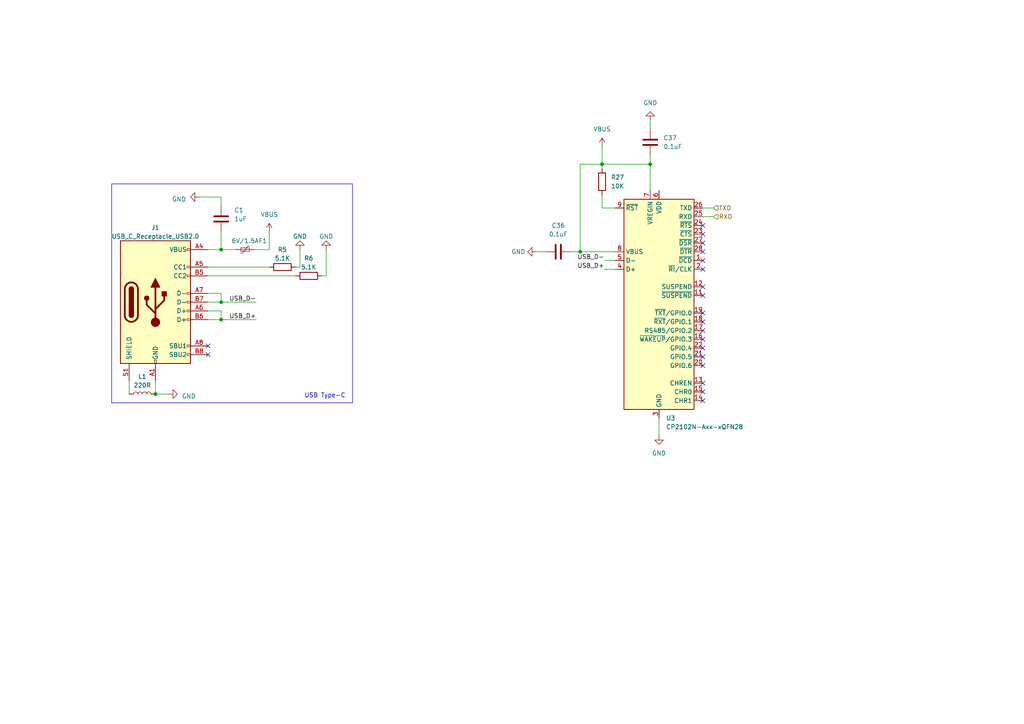
<source format=kicad_sch>
(kicad_sch (version 20231120) (generator "eeschema") (generator_version "8.0")
  (paper "A4")
  (title_block (title "Serial Interface") (date "2024-05-27") (rev "v1.0.1") (company "None") (comment 1 "Author: Turgay HOPAL"))
  (lib_symbols
    (symbol "Connector:USB_C_Receptacle_USB2.0" (pin_names (offset 1.016))
      (property "Reference" "J" (at -10.16 19.05 0))
      (property "Value" "USB_C_Receptacle_USB2.0" (at 19.05 19.05 0))
      (symbol "USB_C_Receptacle_USB2.0_0_0"
        (rectangle (start -0.254 -17.78) (end 0.254 -16.764))
        (rectangle (start 10.16 -14.986) (end 9.144 -15.494))
        (rectangle (start 10.16 -12.446) (end 9.144 -12.954))
        (rectangle (start 10.16 -4.826) (end 9.144 -5.334))
        (rectangle (start 10.16 -2.286) (end 9.144 -2.794))
        (rectangle (start 10.16 0.254) (end 9.144 -0.254))
        (rectangle (start 10.16 2.794) (end 9.144 2.286))
        (rectangle (start 10.16 7.874) (end 9.144 7.366))
        (rectangle (start 10.16 10.414) (end 9.144 9.906))
        (rectangle (start 10.16 15.494) (end 9.144 14.986))
      )
      (symbol "USB_C_Receptacle_USB2.0_0_1"
        (rectangle (start -10.16 17.78) (end 10.16 -17.78) (stroke (width 0.254)) (fill (type background)))
        (arc (start -8.89 -3.81) (mid -6.985 -5.7067) (end -5.08 -3.81) (stroke (width 0.508)))
        (arc (start -7.62 -3.81) (mid -6.985 -4.4423) (end -6.35 -3.81) (stroke (width 0.254)))
        (arc (start -7.62 -3.81) (mid -6.985 -4.4423) (end -6.35 -3.81) (stroke (width 0.254)) (fill (type outline)))
        (rectangle (start -7.62 -3.81) (end -6.35 3.81) (stroke (width 0.254)) (fill (type outline)))
        (arc (start -6.35 3.81) (mid -6.985 4.4423) (end -7.62 3.81) (stroke (width 0.254)))
        (arc (start -6.35 3.81) (mid -6.985 4.4423) (end -7.62 3.81) (stroke (width 0.254)) (fill (type outline)))
        (arc (start -5.08 3.81) (mid -6.985 5.7067) (end -8.89 3.81) (stroke (width 0.508)))
        (circle (center -2.54 1.143) (radius 0.635) (stroke (width 0.254)) (fill (type outline)))
        (circle (center 0 -5.842) (radius 1.27) (fill (type outline)))
        (polyline (pts (xy -8.89 -3.81) (xy -8.89 3.81)) (stroke (width 0.508)))
        (polyline (pts (xy -5.08 3.81) (xy -5.08 -3.81)) (stroke (width 0.508)))
        (polyline (pts (xy 0 -5.842) (xy 0 4.318)) (stroke (width 0.508)))
        (polyline (pts (xy 0 -3.302) (xy -2.54 -0.762) (xy -2.54 0.508)) (stroke (width 0.508)))
        (polyline (pts (xy 0 -2.032) (xy 2.54 0.508) (xy 2.54 1.778)) (stroke (width 0.508)))
        (polyline (pts (xy -1.27 4.318) (xy 0 6.858) (xy 1.27 4.318) (xy -1.27 4.318)) (stroke (width 0.254)) (fill (type outline)))
        (rectangle (start 1.905 1.778) (end 3.175 3.048) (stroke (width 0.254)) (fill (type outline)))
      )
      (symbol "USB_C_Receptacle_USB2.0_1_1"
        (pin passive line (at 0 -22.86 90) (length 5.08) (name "GND") (number "A1"))
        (pin passive line (at 0 -22.86 90) (length 5.08) hide (name "GND") (number "A12"))
        (pin passive line (at 15.24 15.24 180) (length 5.08) (name "VBUS") (number "A4"))
        (pin bidirectional line (at 15.24 10.16 180) (length 5.08) (name "CC1") (number "A5"))
        (pin bidirectional line (at 15.24 -2.54 180) (length 5.08) (name "D+") (number "A6"))
        (pin bidirectional line (at 15.24 2.54 180) (length 5.08) (name "D-") (number "A7"))
        (pin bidirectional line (at 15.24 -12.7 180) (length 5.08) (name "SBU1") (number "A8"))
        (pin passive line (at 15.24 15.24 180) (length 5.08) hide (name "VBUS") (number "A9"))
        (pin passive line (at 0 -22.86 90) (length 5.08) hide (name "GND") (number "B1"))
        (pin passive line (at 0 -22.86 90) (length 5.08) hide (name "GND") (number "B12"))
        (pin passive line (at 15.24 15.24 180) (length 5.08) hide (name "VBUS") (number "B4"))
        (pin bidirectional line (at 15.24 7.62 180) (length 5.08) (name "CC2") (number "B5"))
        (pin bidirectional line (at 15.24 -5.08 180) (length 5.08) (name "D+") (number "B6"))
        (pin bidirectional line (at 15.24 0 180) (length 5.08) (name "D-") (number "B7"))
        (pin bidirectional line (at 15.24 -15.24 180) (length 5.08) (name "SBU2") (number "B8"))
        (pin passive line (at 15.24 15.24 180) (length 5.08) hide (name "VBUS") (number "B9"))
        (pin passive line (at -7.62 -22.86 90) (length 5.08) (name "SHIELD") (number "S1"))
      )
    )
    (symbol "Device:C" (pin_numbers hide) (pin_names (offset 0.254))
      (property "Reference" "C" (at 0.635 2.54 0))
      (property "Value" "C" (at 0.635 -2.54 0))
      (symbol "C_0_1"
        (polyline (pts (xy -2.032 -0.762) (xy 2.032 -0.762)) (stroke (width 0.508)))
        (polyline (pts (xy -2.032 0.762) (xy 2.032 0.762)) (stroke (width 0.508)))
      )
      (symbol "C_1_1"
        (pin passive line (at 0 3.81 270) (length 2.794) (name "~") (number "1"))
        (pin passive line (at 0 -3.81 90) (length 2.794) (name "~") (number "2"))
      )
    )
    (symbol "Device:L" (pin_numbers hide) (pin_names (offset 1.016) hide)
      (property "Reference" "L" (at -1.27 0 90))
      (property "Value" "L" (at 1.905 0 90))
      (symbol "L_0_1"
        (arc (start 0 -2.54) (mid 0.6323 -1.905) (end 0 -1.27))
        (arc (start 0 -1.27) (mid 0.6323 -0.635) (end 0 0))
        (arc (start 0 0) (mid 0.6323 0.635) (end 0 1.27))
        (arc (start 0 1.27) (mid 0.6323 1.905) (end 0 2.54))
      )
      (symbol "L_1_1"
        (pin passive line (at 0 3.81 270) (length 1.27) (name "1") (number "1"))
        (pin passive line (at 0 -3.81 90) (length 1.27) (name "2") (number "2"))
      )
    )
    (symbol "Device:Polyfuse_Small" (pin_numbers hide) (pin_names (offset 0))
      (property "Reference" "F" (at -1.905 0 90))
      (property "Value" "Polyfuse_Small" (at 1.905 0 90))
      (symbol "Polyfuse_Small_0_1"
        (rectangle (start -0.508 1.27) (end 0.508 -1.27))
        (polyline (pts (xy 0 2.54) (xy 0 -2.54)))
        (polyline (pts (xy -1.016 1.27) (xy -1.016 0.762) (xy 1.016 -0.762) (xy 1.016 -1.27)))
      )
      (symbol "Polyfuse_Small_1_1"
        (pin passive line (at 0 2.54 270) (length 0.635) (name "~") (number "1"))
        (pin passive line (at 0 -2.54 90) (length 0.635) (name "~") (number "2"))
      )
    )
    (symbol "Device:R" (pin_numbers hide) (pin_names (offset 0))
      (property "Reference" "R" (at 2.032 0 90))
      (property "Value" "R" (at 0 0 90))
      (symbol "R_0_1"
        (rectangle (start -1.016 -2.54) (end 1.016 2.54) (stroke (width 0.254)))
      )
      (symbol "R_1_1"
        (pin passive line (at 0 3.81 270) (length 1.27) (name "~") (number "1"))
        (pin passive line (at 0 -3.81 90) (length 1.27) (name "~") (number "2"))
      )
    )
    (symbol "Interface_USB:CP2102N-Axx-xQFN28"
      (property "Reference" "U" (at -8.89 31.75 0))
      (property "Value" "CP2102N-Axx-xQFN28" (at 12.7 31.75 0))
      (symbol "CP2102N-Axx-xQFN28_0_1"
        (rectangle (start -10.16 30.48) (end 10.16 -30.48) (stroke (width 0.254)) (fill (type background)))
      )
      (symbol "CP2102N-Axx-xQFN28_1_1"
        (pin input line (at 12.7 12.7 180) (length 2.54) (name "~{DCD}") (number "1"))
        (pin no_connect line (at -10.16 -27.94 0) (length 2.54) hide (name "NC") (number "10"))
        (pin output line (at 12.7 2.54 180) (length 2.54) (name "~{SUSPEND}") (number "11"))
        (pin output line (at 12.7 5.08 180) (length 2.54) (name "SUSPEND") (number "12"))
        (pin output line (at 12.7 -22.86 180) (length 2.54) (name "CHREN") (number "13"))
        (pin output line (at 12.7 -27.94 180) (length 2.54) (name "CHR1") (number "14"))
        (pin output line (at 12.7 -25.4 180) (length 2.54) (name "CHR0") (number "15"))
        (pin bidirectional line (at 12.7 -10.16 180) (length 2.54) (name "~{WAKEUP}/GPIO.3") (number "16"))
        (pin bidirectional line (at 12.7 -7.62 180) (length 2.54) (name "RS485/GPIO.2") (number "17"))
        (pin bidirectional line (at 12.7 -5.08 180) (length 2.54) (name "~{RXT}/GPIO.1") (number "18"))
        (pin bidirectional line (at 12.7 -2.54 180) (length 2.54) (name "~{TXT}/GPIO.0") (number "19"))
        (pin bidirectional line (at 12.7 10.16 180) (length 2.54) (name "~{RI}/CLK") (number "2"))
        (pin bidirectional line (at 12.7 -17.78 180) (length 2.54) (name "GPIO.6") (number "20"))
        (pin bidirectional line (at 12.7 -15.24 180) (length 2.54) (name "GPIO.5") (number "21"))
        (pin bidirectional line (at 12.7 -12.7 180) (length 2.54) (name "GPIO.4") (number "22"))
        (pin input line (at 12.7 20.32 180) (length 2.54) (name "~{CTS}") (number "23"))
        (pin output line (at 12.7 22.86 180) (length 2.54) (name "~{RTS}") (number "24"))
        (pin input line (at 12.7 25.4 180) (length 2.54) (name "RXD") (number "25"))
        (pin output line (at 12.7 27.94 180) (length 2.54) (name "TXD") (number "26"))
        (pin input line (at 12.7 17.78 180) (length 2.54) (name "~{DSR}") (number "27"))
        (pin output line (at 12.7 15.24 180) (length 2.54) (name "~{DTR}") (number "28"))
        (pin passive line (at 0 -33.02 90) (length 2.54) hide (name "GND") (number "29"))
        (pin power_in line (at 0 -33.02 90) (length 2.54) (name "GND") (number "3"))
        (pin bidirectional line (at -12.7 10.16 0) (length 2.54) (name "D+") (number "4"))
        (pin bidirectional line (at -12.7 12.7 0) (length 2.54) (name "D-") (number "5"))
        (pin power_in line (at 0 33.02 270) (length 2.54) (name "VDD") (number "6"))
        (pin power_in line (at -2.54 33.02 270) (length 2.54) (name "VREGIN") (number "7"))
        (pin input line (at -12.7 15.24 0) (length 2.54) (name "VBUS") (number "8"))
        (pin input line (at -12.7 27.94 0) (length 2.54) (name "~{RST}") (number "9"))
      )
    )
    (symbol "power:GND" (power) (pin_names (offset 0))
      (property "Value" "GND" (at 0 -3.81 0))
      (symbol "GND_0_1"
        (polyline (pts (xy 0 0) (xy 0 -1.27) (xy 1.27 -1.27) (xy 0 -2.54) (xy -1.27 -1.27) (xy 0 -1.27)))
      )
      (symbol "GND_1_1"
        (pin power_in line (at 0 0 270) (length 0) hide (name "GND") (number "1"))
      )
    )
    (symbol "power:VBUS" (power) (pin_names (offset 0))
      (property "Value" "VBUS" (at 0 3.81 0))
      (symbol "VBUS_0_1"
        (polyline (pts (xy -0.762 1.27) (xy 0 2.54)))
        (polyline (pts (xy 0 0) (xy 0 2.54)))
        (polyline (pts (xy 0 2.54) (xy 0.762 1.27)))
      )
      (symbol "VBUS_1_1"
        (pin power_in line (at 0 0 90) (length 0) hide (name "VBUS") (number "1"))
      )
    )
  )
  (junction (at 174.625 47.625))
  (junction (at 188.595 47.625))
  (junction (at 64.135 92.71))
  (junction (at 64.135 72.39))
  (junction (at 45.085 114.3))
  (junction (at 64.135 87.63))
  (junction (at 168.275 73.025))
  (no_connect (at 203.835 67.945))
  (no_connect (at 60.325 100.33))
  (no_connect (at 203.835 70.485))
  (no_connect (at 203.835 95.885))
  (no_connect (at 203.835 103.505))
  (no_connect (at 203.835 93.345))
  (no_connect (at 203.835 111.125))
  (no_connect (at 203.835 116.205))
  (no_connect (at 203.835 78.105))
  (no_connect (at 203.835 98.425))
  (no_connect (at 60.325 102.87))
  (no_connect (at 203.835 73.025))
  (no_connect (at 203.835 100.965))
  (no_connect (at 203.835 113.665))
  (no_connect (at 203.835 83.185))
  (no_connect (at 203.835 65.405))
  (no_connect (at 203.835 85.725))
  (no_connect (at 203.835 90.805))
  (no_connect (at 203.835 75.565))
  (no_connect (at 203.835 106.045))
  (wire (pts (xy 64.135 67.31) (xy 64.135 72.39)))
  (wire (pts (xy 60.325 87.63) (xy 64.135 87.63)))
  (wire (pts (xy 45.085 114.3) (xy 48.895 114.3)))
  (wire (pts (xy 94.615 80.01) (xy 93.345 80.01)))
  (wire (pts (xy 64.135 92.71) (xy 74.295 92.71)))
  (wire (pts (xy 60.325 90.17) (xy 64.135 90.17)))
  (wire (pts (xy 60.325 72.39) (xy 64.135 72.39)))
  (wire (pts (xy 60.325 80.01) (xy 85.725 80.01)))
  (polyline (pts (xy 32.385 116.84) (xy 102.235 116.84)))
  (wire (pts (xy 45.085 110.49) (xy 45.085 114.3)))
  (polyline (pts (xy 32.385 53.34) (xy 32.385 116.84)))
  (wire (pts (xy 175.26 75.565) (xy 178.435 75.565)))
  (wire (pts (xy 188.595 47.625) (xy 188.595 55.245)))
  (wire (pts (xy 168.275 73.025) (xy 178.435 73.025)))
  (wire (pts (xy 175.26 78.105) (xy 178.435 78.105)))
  (wire (pts (xy 207.01 62.865) (xy 203.835 62.865)))
  (polyline (pts (xy 102.235 116.84) (xy 102.235 53.34)))
  (wire (pts (xy 37.465 110.49) (xy 37.465 114.3)))
  (wire (pts (xy 60.325 92.71) (xy 64.135 92.71)))
  (wire (pts (xy 207.01 60.325) (xy 203.835 60.325)))
  (polyline (pts (xy 32.385 53.34) (xy 102.235 53.34)))
  (wire (pts (xy 174.625 42.545) (xy 174.625 47.625)))
  (wire (pts (xy 73.66 72.39) (xy 78.105 72.39)))
  (wire (pts (xy 94.615 72.39) (xy 94.615 80.01)))
  (wire (pts (xy 188.595 45.085) (xy 188.595 47.625)))
  (wire (pts (xy 64.135 59.69) (xy 64.135 57.15)))
  (wire (pts (xy 64.135 87.63) (xy 74.295 87.63)))
  (wire (pts (xy 78.105 72.39) (xy 78.105 67.31)))
  (wire (pts (xy 188.595 34.925) (xy 188.595 37.465)))
  (wire (pts (xy 60.325 85.09) (xy 64.135 85.09)))
  (wire (pts (xy 174.625 56.515) (xy 174.625 60.325)))
  (wire (pts (xy 174.625 47.625) (xy 188.595 47.625)))
  (wire (pts (xy 168.275 47.625) (xy 168.275 73.025)))
  (wire (pts (xy 64.135 57.15) (xy 57.785 57.15)))
  (wire (pts (xy 168.275 47.625) (xy 174.625 47.625)))
  (wire (pts (xy 174.625 47.625) (xy 174.625 48.895)))
  (wire (pts (xy 60.325 77.47) (xy 78.105 77.47)))
  (wire (pts (xy 85.725 77.47) (xy 86.995 77.47)))
  (wire (pts (xy 178.435 60.325) (xy 174.625 60.325)))
  (wire (pts (xy 64.135 72.39) (xy 68.58 72.39)))
  (wire (pts (xy 86.995 72.39) (xy 86.995 77.47)))
  (wire (pts (xy 191.135 126.365) (xy 191.135 121.285)))
  (wire (pts (xy 165.735 73.025) (xy 168.275 73.025)))
  (wire (pts (xy 155.575 73.025) (xy 158.115 73.025)))
  (wire (pts (xy 64.135 85.09) (xy 64.135 87.63)))
  (wire (pts (xy 64.135 90.17) (xy 64.135 92.71)))
  (text "USB Type-C" (at 88.265 115.57 0) (effects (font (size 1.27 1.27)) (justify left bottom)))
  (label "USB_D+" (at 175.26 78.105 180))
  (label "USB_D-" (at 175.26 75.565 180))
  (label "USB_D-" (at 74.295 87.63 180))
  (label "USB_D+" (at 74.295 92.71 180))
  (hierarchical_label "RXD" (shape input) (at 207.01 62.865 0))
  (hierarchical_label "TXD" (shape input) (at 207.01 60.325 0))
  (symbol (lib_id "power:GND") (at 48.895 114.3 90) (unit 1)
    (property "Reference" "#PWR01" (effects (hide yes)))
    (property "Value" "GND" (at 52.705 114.935 90) (effects (justify right)))
    (instances (project "cp2102_schematic" (path "" (reference "#PWR01") (unit 1))) (project "cp2102" (path "" (reference "#PWR01") (unit 1))) (project "DeskSandGlass" (path "" (reference "#PWR01") (unit 1))) (project "DeskSmartFan" (path "" (reference "#PWR01") (unit 1))) (project "MicroFlightController-v2" (path "" (reference "#PWR01") (unit 1))) (project "MicroFlightController" (path "" (reference "#PWR081") (unit 1))) (project "EzanPlayerBoard" (path "" (reference "#PWR08") (unit 1)) (path "" (reference "#PWR08") (unit 1))) (project "MiniDroneController" (path "" (reference "#PWR017") (unit 1))) (project "LinuxCore-v2" (path "" (reference "#PWR052") (unit 1))))
  )
  (symbol (lib_id "Interface_USB:CP2102N-Axx-xQFN28") (at 191.135 88.265 0) (unit 1)
    (property "Reference" "U3" (at 193.1544 121.285 0) (effects (justify left)))
    (property "Value" "CP2102N-Axx-xQFN28" (at 193.1544 123.825 0) (effects (justify left)))
    (property "Footprint" "Package_DFN_QFN:QFN-28-1EP_5x5mm_P0.5mm_EP3.35x3.35mm" (effects (hide yes)))
    (property "Datasheet" "https://www.silabs.com/documents/public/data-sheets/cp2102n-datasheet.pdf" (effects (hide yes)))
  )
  (symbol (lib_id "power:GND") (at 191.135 126.365 0) (unit 1)
    (property "Reference" "#PWR09" (effects (hide yes)))
    (property "Value" "GND" (at 191.135 131.445 0))
    (instances (project "cp2102_schematic" (path "" (reference "#PWR09") (unit 1))) (project "cp2102" (path "" (reference "#PWR09") (unit 1))) (project "DeskSandGlass" (path "" (reference "#PWR09") (unit 1))) (project "DeskSmartFan" (path "" (reference "#PWR09") (unit 1))) (project "MicroFlightController-v2" (path "" (reference "#PWR010") (unit 1))) (project "MicroFlightController" (path "" (reference "#PWR085") (unit 1))) (project "EzanPlayerBoard" (path "" (reference "#PWR012") (unit 1)) (path "" (reference "#PWR012") (unit 1))) (project "MiniDroneController" (path "" (reference "#PWR021") (unit 1))) (project "LinuxCore-v2" (path "" (reference "#PWR060") (unit 1))))
  )
  (symbol (lib_id "power:GND") (at 188.595 34.925 180) (unit 1)
    (property "Reference" "#PWR09" (effects (hide yes)))
    (property "Value" "GND" (at 188.595 29.845 0))
    (instances (project "cp2102_schematic" (path "" (reference "#PWR09") (unit 1))) (project "cp2102" (path "" (reference "#PWR09") (unit 1))) (project "DeskSandGlass" (path "" (reference "#PWR09") (unit 1))) (project "DeskSmartFan" (path "" (reference "#PWR09") (unit 1))) (project "MicroFlightController-v2" (path "" (reference "#PWR010") (unit 1))) (project "MicroFlightController" (path "" (reference "#PWR085") (unit 1))) (project "EzanPlayerBoard" (path "" (reference "#PWR012") (unit 1)) (path "" (reference "#PWR012") (unit 1))) (project "MiniDroneController" (path "" (reference "#PWR021") (unit 1))) (project "LinuxCore-v2" (path "" (reference "#PWR059") (unit 1))))
  )
  (symbol (lib_id "Device:R") (at 89.535 80.01 90) (unit 1)
    (property "Reference" "R6" (at 89.535 74.93 90))
    (property "Value" "5.1K" (at 89.535 77.47 90))
    (property "Footprint" "Resistor_SMD:R_0402_1005Metric" (effects (hide yes)))
    (instances (project "cp2102_schematic" (path "" (reference "R6") (unit 1))) (project "cp2102" (path "" (reference "R6") (unit 1))) (project "DeskSandGlass" (path "" (reference "R6") (unit 1))) (project "DeskSmartFan" (path "" (reference "R4") (unit 1))) (project "MicroFlightController-v2" (path "" (reference "R4") (unit 1))) (project "MicroFlightController" (path "" (reference "R43") (unit 1))) (project "EzanPlayerBoard" (path "" (reference "R6") (unit 1)) (path "" (reference "R4") (unit 1))) (project "MiniDroneController" (path "" (reference "R6") (unit 1))) (project "LinuxCore-v2" (path "" (reference "R26") (unit 1))))
  )
  (symbol (lib_id "power:GND") (at 57.785 57.15 270) (unit 1)
    (property "Reference" "#PWR02" (effects (hide yes)))
    (property "Value" "GND" (at 53.975 57.785 90) (effects (justify right)))
    (instances (project "cp2102_schematic" (path "" (reference "#PWR02") (unit 1))) (project "cp2102" (path "" (reference "#PWR02") (unit 1))) (project "DeskSandGlass" (path "" (reference "#PWR02") (unit 1))) (project "DeskSmartFan" (path "" (reference "#PWR02") (unit 1))) (project "MicroFlightController-v2" (path "" (reference "#PWR04") (unit 1))) (project "MicroFlightController" (path "" (reference "#PWR082") (unit 1))) (project "EzanPlayerBoard" (path "" (reference "#PWR09") (unit 1)) (path "" (reference "#PWR09") (unit 1))) (project "MiniDroneController" (path "" (reference "#PWR018") (unit 1))) (project "LinuxCore-v2" (path "" (reference "#PWR053") (unit 1))))
  )
  (symbol (lib_id "power:VBUS") (at 78.105 67.31 0) (unit 1)
    (property "Reference" "#PWR05" (effects (hide yes)))
    (property "Value" "VBUS" (at 78.105 62.23 0))
    (instances (project "cp2102_schematic" (path "" (reference "#PWR05") (unit 1))) (project "cp2102" (path "" (reference "#PWR05") (unit 1))) (project "DeskSandGlass" (path "" (reference "#PWR05") (unit 1))) (project "DeskSmartFan" (path "" (reference "#PWR05") (unit 1))) (project "MicroFlightController-v2" (path "" (reference "#PWR06") (unit 1))) (project "MicroFlightController" (path "" (reference "#PWR083") (unit 1))) (project "QualityDeskController" (path "" (reference "#PWR025") (unit 1))) (project "EzanPlayerBoard" (path "" (reference "#PWR010") (unit 1)) (path "" (reference "#PWR010") (unit 1))) (project "MiniDroneController" (path "" (reference "#PWR019") (unit 1))) (project "LinuxCore-v2" (path "" (reference "#PWR054") (unit 1))))
  )
  (symbol (lib_id "power:GND") (at 155.575 73.025 270) (unit 1)
    (property "Reference" "#PWR09" (effects (hide yes)))
    (property "Value" "GND" (at 152.4 73.025 90) (effects (justify right)))
    (instances (project "cp2102_schematic" (path "" (reference "#PWR09") (unit 1))) (project "cp2102" (path "" (reference "#PWR09") (unit 1))) (project "DeskSandGlass" (path "" (reference "#PWR09") (unit 1))) (project "DeskSmartFan" (path "" (reference "#PWR09") (unit 1))) (project "MicroFlightController-v2" (path "" (reference "#PWR010") (unit 1))) (project "MicroFlightController" (path "" (reference "#PWR085") (unit 1))) (project "EzanPlayerBoard" (path "" (reference "#PWR012") (unit 1)) (path "" (reference "#PWR012") (unit 1))) (project "MiniDroneController" (path "" (reference "#PWR021") (unit 1))) (project "LinuxCore-v2" (path "" (reference "#PWR057") (unit 1))))
  )
  (symbol (lib_id "power:GND") (at 86.995 72.39 180) (unit 1)
    (property "Reference" "#PWR07" (effects (hide yes)))
    (property "Value" "GND" (at 86.995 68.58 0))
    (instances (project "cp2102_schematic" (path "" (reference "#PWR07") (unit 1))) (project "cp2102" (path "" (reference "#PWR07") (unit 1))) (project "DeskSandGlass" (path "" (reference "#PWR07") (unit 1))) (project "DeskSmartFan" (path "" (reference "#PWR07") (unit 1))) (project "MicroFlightController-v2" (path "" (reference "#PWR09") (unit 1))) (project "MicroFlightController" (path "" (reference "#PWR084") (unit 1))) (project "EzanPlayerBoard" (path "" (reference "#PWR011") (unit 1)) (path "" (reference "#PWR011") (unit 1))) (project "MiniDroneController" (path "" (reference "#PWR020") (unit 1))) (project "LinuxCore-v2" (path "" (reference "#PWR055") (unit 1))))
  )
  (symbol (lib_id "Device:R") (at 81.915 77.47 90) (unit 1)
    (property "Reference" "R5" (at 81.915 72.39 90))
    (property "Value" "5.1K" (at 81.915 74.93 90))
    (property "Footprint" "Resistor_SMD:R_0402_1005Metric" (effects (hide yes)))
    (instances (project "cp2102_schematic" (path "" (reference "R5") (unit 1))) (project "cp2102" (path "" (reference "R5") (unit 1))) (project "DeskSandGlass" (path "" (reference "R5") (unit 1))) (project "DeskSmartFan" (path "" (reference "R3") (unit 1))) (project "MicroFlightController-v2" (path "" (reference "R2") (unit 1))) (project "MicroFlightController" (path "" (reference "R42") (unit 1))) (project "EzanPlayerBoard" (path "" (reference "R5") (unit 1)) (path "" (reference "R3") (unit 1))) (project "MiniDroneController" (path "" (reference "R5") (unit 1))) (project "LinuxCore-v2" (path "" (reference "R25") (unit 1))))
  )
  (symbol (lib_id "Device:R") (at 174.625 52.705 0) (unit 1)
    (property "Reference" "R27" (at 177.165 51.4349 0) (effects (justify left)))
    (property "Value" "10K" (at 177.165 53.9749 0) (effects (justify left)))
    (property "Footprint" "Resistor_SMD:R_0402_1005Metric" (effects (hide yes)))
  )
  (symbol (lib_id "Connector:USB_C_Receptacle_USB2.0") (at 45.085 87.63 0) (unit 1)
    (property "Reference" "J1" (at 45.085 66.04 0))
    (property "Value" "USB_C_Receptacle_USB2.0" (at 45.085 68.58 0))
    (property "Footprint" "Connector_USB:USB_C_Receptacle_HRO_TYPE-C-31-M-12" (effects (hide yes)))
    (property "Datasheet" "https://www.usb.org/sites/default/files/documents/usb_type-c.zip" (effects (hide yes)))
    (instances (project "cp2102_schematic" (path "" (reference "J1") (unit 1))) (project "cp2102" (path "" (reference "J1") (unit 1))) (project "DeskSandGlass" (path "" (reference "J1") (unit 1))) (project "DeskSmartFan" (path "" (reference "J1") (unit 1))) (project "MicroFlightController-v2" (path "" (reference "J1") (unit 1))) (project "MicroFlightController" (path "" (reference "J12") (unit 1))) (project "EzanPlayerBoard" (path "" (reference "J1") (unit 1)) (path "" (reference "J1") (unit 1))) (project "MiniDroneController" (path "" (reference "J2") (unit 1))) (project "LinuxCore-v2" (path "" (reference "J2") (unit 1))))
  )
  (symbol (lib_id "Device:Polyfuse_Small") (at 71.12 72.39 90) (unit 1)
    (property "Reference" "F1" (at 76.2 69.85 90))
    (property "Value" "6V/1.5A" (at 71.12 69.85 90))
    (property "Footprint" "Fuse:Fuse_0805_2012Metric" (effects (hide yes)))
    (property "Datasheet" "https://cdn.ozdisan.com/ETicaret_Dosya/490835_665008.pdf" (effects (hide yes)))
    (property "Description" "THERMISTOR PTC RESETTABLE FUSE 0805 1.5A 6V" (effects (hide yes)))
    (property "Manufacturer" "THINKING" (effects (hide yes)))
    (property "Suplier" "Özdisan" (effects (hide yes)))
    (property "Suplier Part Number" "KLM2S150RY" (effects (hide yes)))
    (property "Package-Case" "0805" (effects (hide yes)))
    (instances (project "DeskSandGlass" (path "" (reference "F1") (unit 1)) (path "" (reference "F2") (unit 1))) (project "nrf52840_module" (path "" (reference "F1") (unit 1))) (project "QualityDeskController" (path "" (reference "F1") (unit 1))) (project "LinuxCore-v2" (path "" (reference "F2") (unit 1))))
  )
  (symbol (lib_id "Device:L") (at 41.275 114.3 90) (unit 1)
    (property "Reference" "L1" (at 41.275 109.22 90))
    (property "Value" "220R" (at 41.275 111.76 90))
    (property "Footprint" "Inductor_SMD:L_0603_1608Metric" (effects (hide yes)))
    (instances (project "cp2102_schematic" (path "" (reference "L1") (unit 1))) (project "cp2102" (path "" (reference "L1") (unit 1))) (project "DeskSandGlass" (path "" (reference "L1") (unit 1))) (project "DeskSmartFan" (path "" (reference "L1") (unit 1))) (project "MicroFlightController-v2" (path "" (reference "L1") (unit 1))) (project "MicroFlightController" (path "" (reference "L3") (unit 1))) (project "EzanPlayerBoard" (path "" (reference "L1") (unit 1)) (path "" (reference "L1") (unit 1))) (project "MiniDroneController" (path "" (reference "L1") (unit 1))) (project "LinuxCore-v2" (path "" (reference "L4") (unit 1))))
  )
  (symbol (lib_id "Device:C") (at 188.595 41.275 180) (unit 1)
    (property "Reference" "C37" (at 192.405 40.0049 0) (effects (justify right)))
    (property "Value" "0.1uF" (at 192.405 42.5449 0) (effects (justify right)))
    (property "Footprint" "Capacitor_SMD:C_0402_1005Metric" (effects (hide yes)))
  )
  (symbol (lib_id "Device:C") (at 161.925 73.025 90) (unit 1)
    (property "Reference" "C36" (at 161.925 65.405 90))
    (property "Value" "0.1uF" (at 161.925 67.945 90))
    (property "Footprint" "Capacitor_SMD:C_0402_1005Metric" (effects (hide yes)))
  )
  (symbol (lib_id "Device:C") (at 64.135 63.5 0) (unit 1)
    (property "Reference" "C1" (at 67.945 60.96 0) (effects (justify left)))
    (property "Value" "1uF" (at 67.945 63.5 0) (effects (justify left)))
    (property "Footprint" "Capacitor_SMD:C_0402_1005Metric" (effects (hide yes)))
    (instances (project "cp2102_schematic" (path "" (reference "C1") (unit 1))) (project "cp2102" (path "" (reference "C1") (unit 1))) (project "DeskSandGlass" (path "" (reference "C1") (unit 1))) (project "DeskSmartFan" (path "" (reference "C1") (unit 1))) (project "MicroFlightController-v2" (path "" (reference "C2") (unit 1))) (project "MicroFlightController" (path "" (reference "C39") (unit 1))) (project "EzanPlayerBoard" (path "" (reference "C4") (unit 1)) (path "" (reference "C4") (unit 1))) (project "MiniDroneController" (path "" (reference "C12") (unit 1))) (project "LinuxCore-v2" (path "" (reference "C35") (unit 1))))
  )
  (symbol (lib_id "power:VBUS") (at 174.625 42.545 0) (unit 1)
    (property "Reference" "#PWR05" (effects (hide yes)))
    (property "Value" "VBUS" (at 174.625 37.465 0))
    (instances (project "cp2102_schematic" (path "" (reference "#PWR05") (unit 1))) (project "cp2102" (path "" (reference "#PWR05") (unit 1))) (project "DeskSandGlass" (path "" (reference "#PWR05") (unit 1))) (project "DeskSmartFan" (path "" (reference "#PWR05") (unit 1))) (project "MicroFlightController-v2" (path "" (reference "#PWR06") (unit 1))) (project "MicroFlightController" (path "" (reference "#PWR083") (unit 1))) (project "QualityDeskController" (path "" (reference "#PWR025") (unit 1))) (project "EzanPlayerBoard" (path "" (reference "#PWR010") (unit 1)) (path "" (reference "#PWR010") (unit 1))) (project "MiniDroneController" (path "" (reference "#PWR019") (unit 1))) (project "LinuxCore-v2" (path "" (reference "#PWR058") (unit 1))))
  )
  (symbol (lib_id "power:GND") (at 94.615 72.39 180) (unit 1)
    (property "Reference" "#PWR09" (effects (hide yes)))
    (property "Value" "GND" (at 94.615 68.58 0))
    (instances (project "cp2102_schematic" (path "" (reference "#PWR09") (unit 1))) (project "cp2102" (path "" (reference "#PWR09") (unit 1))) (project "DeskSandGlass" (path "" (reference "#PWR09") (unit 1))) (project "DeskSmartFan" (path "" (reference "#PWR09") (unit 1))) (project "MicroFlightController-v2" (path "" (reference "#PWR010") (unit 1))) (project "MicroFlightController" (path "" (reference "#PWR085") (unit 1))) (project "EzanPlayerBoard" (path "" (reference "#PWR012") (unit 1)) (path "" (reference "#PWR012") (unit 1))) (project "MiniDroneController" (path "" (reference "#PWR021") (unit 1))) (project "LinuxCore-v2" (path "" (reference "#PWR056") (unit 1))))
  )
)
</source>
